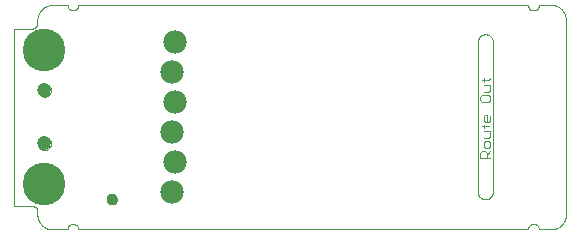
<source format=gbs>
G75*
%MOIN*%
%OFA0B0*%
%FSLAX25Y25*%
%IPPOS*%
%LPD*%
%AMOC8*
5,1,8,0,0,1.08239X$1,22.5*
%
%ADD10C,0.00000*%
%ADD11C,0.00200*%
%ADD12C,0.14243*%
%ADD13C,0.04731*%
%ADD14C,0.07800*%
%ADD15C,0.03746*%
D10*
X0059959Y0009119D02*
X0059959Y0068175D01*
X0065864Y0068175D01*
X0065864Y0068174D02*
X0065950Y0068176D01*
X0066036Y0068181D01*
X0066121Y0068191D01*
X0066206Y0068204D01*
X0066290Y0068221D01*
X0066374Y0068241D01*
X0066456Y0068265D01*
X0066537Y0068293D01*
X0066618Y0068324D01*
X0066696Y0068358D01*
X0066773Y0068396D01*
X0066849Y0068438D01*
X0066922Y0068482D01*
X0066993Y0068530D01*
X0067063Y0068581D01*
X0067130Y0068635D01*
X0067194Y0068691D01*
X0067256Y0068751D01*
X0067316Y0068813D01*
X0067372Y0068877D01*
X0067426Y0068944D01*
X0067477Y0069014D01*
X0067525Y0069085D01*
X0067569Y0069159D01*
X0067611Y0069234D01*
X0067649Y0069311D01*
X0067683Y0069389D01*
X0067714Y0069470D01*
X0067742Y0069551D01*
X0067766Y0069633D01*
X0067786Y0069717D01*
X0067803Y0069801D01*
X0067816Y0069886D01*
X0067826Y0069971D01*
X0067831Y0070057D01*
X0067833Y0070143D01*
X0067833Y0071049D01*
X0067835Y0071189D01*
X0067841Y0071329D01*
X0067851Y0071469D01*
X0067864Y0071609D01*
X0067882Y0071748D01*
X0067904Y0071887D01*
X0067929Y0072024D01*
X0067958Y0072162D01*
X0067991Y0072298D01*
X0068028Y0072433D01*
X0068069Y0072567D01*
X0068114Y0072700D01*
X0068162Y0072832D01*
X0068214Y0072962D01*
X0068269Y0073091D01*
X0068328Y0073218D01*
X0068391Y0073344D01*
X0068457Y0073468D01*
X0068526Y0073589D01*
X0068599Y0073709D01*
X0068676Y0073827D01*
X0068755Y0073942D01*
X0068838Y0074056D01*
X0068924Y0074166D01*
X0069013Y0074275D01*
X0069105Y0074381D01*
X0069200Y0074484D01*
X0069297Y0074585D01*
X0069398Y0074682D01*
X0069501Y0074777D01*
X0069607Y0074869D01*
X0069716Y0074958D01*
X0069826Y0075044D01*
X0069940Y0075127D01*
X0070055Y0075206D01*
X0070173Y0075283D01*
X0070293Y0075356D01*
X0070414Y0075425D01*
X0070538Y0075491D01*
X0070664Y0075554D01*
X0070791Y0075613D01*
X0070920Y0075668D01*
X0071050Y0075720D01*
X0071182Y0075768D01*
X0071315Y0075813D01*
X0071449Y0075854D01*
X0071584Y0075891D01*
X0071720Y0075924D01*
X0071858Y0075953D01*
X0071995Y0075978D01*
X0072134Y0076000D01*
X0072273Y0076018D01*
X0072413Y0076031D01*
X0072553Y0076041D01*
X0072693Y0076047D01*
X0072833Y0076049D01*
X0077963Y0076049D01*
X0077963Y0075617D01*
X0077965Y0075549D01*
X0077970Y0075482D01*
X0077979Y0075415D01*
X0077992Y0075348D01*
X0078009Y0075283D01*
X0078028Y0075218D01*
X0078052Y0075154D01*
X0078079Y0075092D01*
X0078109Y0075031D01*
X0078142Y0074973D01*
X0078178Y0074916D01*
X0078218Y0074861D01*
X0078260Y0074808D01*
X0078306Y0074757D01*
X0078353Y0074710D01*
X0078404Y0074664D01*
X0078457Y0074622D01*
X0078512Y0074582D01*
X0078569Y0074546D01*
X0078627Y0074513D01*
X0078688Y0074483D01*
X0078750Y0074456D01*
X0078814Y0074432D01*
X0078879Y0074413D01*
X0078944Y0074396D01*
X0079011Y0074383D01*
X0079078Y0074374D01*
X0079145Y0074369D01*
X0079213Y0074367D01*
X0080075Y0074367D01*
X0080143Y0074369D01*
X0080210Y0074374D01*
X0080277Y0074383D01*
X0080344Y0074396D01*
X0080409Y0074413D01*
X0080474Y0074432D01*
X0080538Y0074456D01*
X0080600Y0074483D01*
X0080661Y0074513D01*
X0080719Y0074546D01*
X0080776Y0074582D01*
X0080831Y0074622D01*
X0080884Y0074664D01*
X0080935Y0074710D01*
X0080982Y0074757D01*
X0081028Y0074808D01*
X0081070Y0074861D01*
X0081110Y0074916D01*
X0081146Y0074973D01*
X0081179Y0075031D01*
X0081209Y0075092D01*
X0081236Y0075154D01*
X0081260Y0075218D01*
X0081279Y0075283D01*
X0081296Y0075348D01*
X0081309Y0075415D01*
X0081318Y0075482D01*
X0081323Y0075549D01*
X0081325Y0075617D01*
X0081325Y0076049D01*
X0231506Y0076049D01*
X0231506Y0075617D01*
X0231508Y0075549D01*
X0231513Y0075482D01*
X0231522Y0075415D01*
X0231535Y0075348D01*
X0231552Y0075283D01*
X0231571Y0075218D01*
X0231595Y0075154D01*
X0231622Y0075092D01*
X0231652Y0075031D01*
X0231685Y0074973D01*
X0231721Y0074916D01*
X0231761Y0074861D01*
X0231803Y0074808D01*
X0231849Y0074757D01*
X0231896Y0074710D01*
X0231947Y0074664D01*
X0232000Y0074622D01*
X0232055Y0074582D01*
X0232112Y0074546D01*
X0232170Y0074513D01*
X0232231Y0074483D01*
X0232293Y0074456D01*
X0232357Y0074432D01*
X0232422Y0074413D01*
X0232487Y0074396D01*
X0232554Y0074383D01*
X0232621Y0074374D01*
X0232688Y0074369D01*
X0232756Y0074367D01*
X0233618Y0074367D01*
X0233686Y0074369D01*
X0233753Y0074374D01*
X0233820Y0074383D01*
X0233887Y0074396D01*
X0233952Y0074413D01*
X0234017Y0074432D01*
X0234081Y0074456D01*
X0234143Y0074483D01*
X0234204Y0074513D01*
X0234262Y0074546D01*
X0234319Y0074582D01*
X0234374Y0074622D01*
X0234427Y0074664D01*
X0234478Y0074710D01*
X0234525Y0074757D01*
X0234571Y0074808D01*
X0234613Y0074861D01*
X0234653Y0074916D01*
X0234689Y0074973D01*
X0234722Y0075031D01*
X0234752Y0075092D01*
X0234779Y0075154D01*
X0234803Y0075218D01*
X0234822Y0075283D01*
X0234839Y0075348D01*
X0234852Y0075415D01*
X0234861Y0075482D01*
X0234866Y0075549D01*
X0234868Y0075617D01*
X0234868Y0076049D01*
X0238998Y0076049D01*
X0239138Y0076047D01*
X0239278Y0076041D01*
X0239418Y0076031D01*
X0239558Y0076018D01*
X0239697Y0076000D01*
X0239836Y0075978D01*
X0239973Y0075953D01*
X0240111Y0075924D01*
X0240247Y0075891D01*
X0240382Y0075854D01*
X0240516Y0075813D01*
X0240649Y0075768D01*
X0240781Y0075720D01*
X0240911Y0075668D01*
X0241040Y0075613D01*
X0241167Y0075554D01*
X0241293Y0075491D01*
X0241417Y0075425D01*
X0241538Y0075356D01*
X0241658Y0075283D01*
X0241776Y0075206D01*
X0241891Y0075127D01*
X0242005Y0075044D01*
X0242115Y0074958D01*
X0242224Y0074869D01*
X0242330Y0074777D01*
X0242433Y0074682D01*
X0242534Y0074585D01*
X0242631Y0074484D01*
X0242726Y0074381D01*
X0242818Y0074275D01*
X0242907Y0074166D01*
X0242993Y0074056D01*
X0243076Y0073942D01*
X0243155Y0073827D01*
X0243232Y0073709D01*
X0243305Y0073589D01*
X0243374Y0073468D01*
X0243440Y0073344D01*
X0243503Y0073218D01*
X0243562Y0073091D01*
X0243617Y0072962D01*
X0243669Y0072832D01*
X0243717Y0072700D01*
X0243762Y0072567D01*
X0243803Y0072433D01*
X0243840Y0072298D01*
X0243873Y0072162D01*
X0243902Y0072024D01*
X0243927Y0071887D01*
X0243949Y0071748D01*
X0243967Y0071609D01*
X0243980Y0071469D01*
X0243990Y0071329D01*
X0243996Y0071189D01*
X0243998Y0071049D01*
X0243998Y0006245D01*
X0243996Y0006105D01*
X0243990Y0005965D01*
X0243980Y0005825D01*
X0243967Y0005685D01*
X0243949Y0005546D01*
X0243927Y0005407D01*
X0243902Y0005270D01*
X0243873Y0005132D01*
X0243840Y0004996D01*
X0243803Y0004861D01*
X0243762Y0004727D01*
X0243717Y0004594D01*
X0243669Y0004462D01*
X0243617Y0004332D01*
X0243562Y0004203D01*
X0243503Y0004076D01*
X0243440Y0003950D01*
X0243374Y0003826D01*
X0243305Y0003705D01*
X0243232Y0003585D01*
X0243155Y0003467D01*
X0243076Y0003352D01*
X0242993Y0003238D01*
X0242907Y0003128D01*
X0242818Y0003019D01*
X0242726Y0002913D01*
X0242631Y0002810D01*
X0242534Y0002709D01*
X0242433Y0002612D01*
X0242330Y0002517D01*
X0242224Y0002425D01*
X0242115Y0002336D01*
X0242005Y0002250D01*
X0241891Y0002167D01*
X0241776Y0002088D01*
X0241658Y0002011D01*
X0241538Y0001938D01*
X0241417Y0001869D01*
X0241293Y0001803D01*
X0241167Y0001740D01*
X0241040Y0001681D01*
X0240911Y0001626D01*
X0240781Y0001574D01*
X0240649Y0001526D01*
X0240516Y0001481D01*
X0240382Y0001440D01*
X0240247Y0001403D01*
X0240111Y0001370D01*
X0239973Y0001341D01*
X0239836Y0001316D01*
X0239697Y0001294D01*
X0239558Y0001276D01*
X0239418Y0001263D01*
X0239278Y0001253D01*
X0239138Y0001247D01*
X0238998Y0001245D01*
X0234868Y0001245D01*
X0234868Y0001677D01*
X0234866Y0001745D01*
X0234861Y0001812D01*
X0234852Y0001879D01*
X0234839Y0001946D01*
X0234822Y0002011D01*
X0234803Y0002076D01*
X0234779Y0002140D01*
X0234752Y0002202D01*
X0234722Y0002263D01*
X0234689Y0002321D01*
X0234653Y0002378D01*
X0234613Y0002433D01*
X0234571Y0002486D01*
X0234525Y0002537D01*
X0234478Y0002584D01*
X0234427Y0002630D01*
X0234374Y0002672D01*
X0234319Y0002712D01*
X0234262Y0002748D01*
X0234204Y0002781D01*
X0234143Y0002811D01*
X0234081Y0002838D01*
X0234017Y0002862D01*
X0233952Y0002881D01*
X0233887Y0002898D01*
X0233820Y0002911D01*
X0233753Y0002920D01*
X0233686Y0002925D01*
X0233618Y0002927D01*
X0232756Y0002927D01*
X0232688Y0002925D01*
X0232621Y0002920D01*
X0232554Y0002911D01*
X0232487Y0002898D01*
X0232422Y0002881D01*
X0232357Y0002862D01*
X0232293Y0002838D01*
X0232231Y0002811D01*
X0232170Y0002781D01*
X0232112Y0002748D01*
X0232055Y0002712D01*
X0232000Y0002672D01*
X0231947Y0002630D01*
X0231896Y0002584D01*
X0231849Y0002537D01*
X0231803Y0002486D01*
X0231761Y0002433D01*
X0231721Y0002378D01*
X0231685Y0002321D01*
X0231652Y0002263D01*
X0231622Y0002202D01*
X0231595Y0002140D01*
X0231571Y0002076D01*
X0231552Y0002011D01*
X0231535Y0001946D01*
X0231522Y0001879D01*
X0231513Y0001812D01*
X0231508Y0001745D01*
X0231506Y0001677D01*
X0231506Y0001245D01*
X0081325Y0001245D01*
X0081325Y0001677D01*
X0081323Y0001745D01*
X0081318Y0001812D01*
X0081309Y0001879D01*
X0081296Y0001946D01*
X0081279Y0002011D01*
X0081260Y0002076D01*
X0081236Y0002140D01*
X0081209Y0002202D01*
X0081179Y0002263D01*
X0081146Y0002321D01*
X0081110Y0002378D01*
X0081070Y0002433D01*
X0081028Y0002486D01*
X0080982Y0002537D01*
X0080935Y0002584D01*
X0080884Y0002630D01*
X0080831Y0002672D01*
X0080776Y0002712D01*
X0080719Y0002748D01*
X0080661Y0002781D01*
X0080600Y0002811D01*
X0080538Y0002838D01*
X0080474Y0002862D01*
X0080409Y0002881D01*
X0080344Y0002898D01*
X0080277Y0002911D01*
X0080210Y0002920D01*
X0080143Y0002925D01*
X0080075Y0002927D01*
X0079213Y0002927D01*
X0079145Y0002925D01*
X0079078Y0002920D01*
X0079011Y0002911D01*
X0078944Y0002898D01*
X0078879Y0002881D01*
X0078814Y0002862D01*
X0078750Y0002838D01*
X0078688Y0002811D01*
X0078627Y0002781D01*
X0078569Y0002748D01*
X0078512Y0002712D01*
X0078457Y0002672D01*
X0078404Y0002630D01*
X0078353Y0002584D01*
X0078306Y0002537D01*
X0078260Y0002486D01*
X0078218Y0002433D01*
X0078178Y0002378D01*
X0078142Y0002321D01*
X0078109Y0002263D01*
X0078079Y0002202D01*
X0078052Y0002140D01*
X0078028Y0002076D01*
X0078009Y0002011D01*
X0077992Y0001946D01*
X0077979Y0001879D01*
X0077970Y0001812D01*
X0077965Y0001745D01*
X0077963Y0001677D01*
X0077963Y0001245D01*
X0072833Y0001245D01*
X0072693Y0001247D01*
X0072553Y0001253D01*
X0072413Y0001263D01*
X0072273Y0001276D01*
X0072134Y0001294D01*
X0071995Y0001316D01*
X0071858Y0001341D01*
X0071720Y0001370D01*
X0071584Y0001403D01*
X0071449Y0001440D01*
X0071315Y0001481D01*
X0071182Y0001526D01*
X0071050Y0001574D01*
X0070920Y0001626D01*
X0070791Y0001681D01*
X0070664Y0001740D01*
X0070538Y0001803D01*
X0070414Y0001869D01*
X0070293Y0001938D01*
X0070173Y0002011D01*
X0070055Y0002088D01*
X0069940Y0002167D01*
X0069826Y0002250D01*
X0069716Y0002336D01*
X0069607Y0002425D01*
X0069501Y0002517D01*
X0069398Y0002612D01*
X0069297Y0002709D01*
X0069200Y0002810D01*
X0069105Y0002913D01*
X0069013Y0003019D01*
X0068924Y0003128D01*
X0068838Y0003238D01*
X0068755Y0003352D01*
X0068676Y0003467D01*
X0068599Y0003585D01*
X0068526Y0003705D01*
X0068457Y0003826D01*
X0068391Y0003950D01*
X0068328Y0004076D01*
X0068269Y0004203D01*
X0068214Y0004332D01*
X0068162Y0004462D01*
X0068114Y0004594D01*
X0068069Y0004727D01*
X0068028Y0004861D01*
X0067991Y0004996D01*
X0067958Y0005132D01*
X0067929Y0005270D01*
X0067904Y0005407D01*
X0067882Y0005546D01*
X0067864Y0005685D01*
X0067851Y0005825D01*
X0067841Y0005965D01*
X0067835Y0006105D01*
X0067833Y0006245D01*
X0067833Y0007151D01*
X0067831Y0007237D01*
X0067826Y0007323D01*
X0067816Y0007408D01*
X0067803Y0007493D01*
X0067786Y0007577D01*
X0067766Y0007661D01*
X0067742Y0007743D01*
X0067714Y0007824D01*
X0067683Y0007905D01*
X0067649Y0007983D01*
X0067611Y0008060D01*
X0067569Y0008136D01*
X0067525Y0008209D01*
X0067477Y0008280D01*
X0067426Y0008350D01*
X0067372Y0008417D01*
X0067316Y0008481D01*
X0067256Y0008543D01*
X0067194Y0008603D01*
X0067130Y0008659D01*
X0067063Y0008713D01*
X0066993Y0008764D01*
X0066922Y0008812D01*
X0066849Y0008856D01*
X0066773Y0008898D01*
X0066696Y0008936D01*
X0066618Y0008970D01*
X0066537Y0009001D01*
X0066456Y0009029D01*
X0066374Y0009053D01*
X0066290Y0009073D01*
X0066206Y0009090D01*
X0066121Y0009103D01*
X0066036Y0009113D01*
X0065950Y0009118D01*
X0065864Y0009120D01*
X0065864Y0009119D02*
X0059959Y0009119D01*
X0090975Y0011245D02*
X0090977Y0011326D01*
X0090983Y0011408D01*
X0090993Y0011489D01*
X0091007Y0011569D01*
X0091024Y0011648D01*
X0091046Y0011727D01*
X0091071Y0011804D01*
X0091100Y0011881D01*
X0091133Y0011955D01*
X0091170Y0012028D01*
X0091209Y0012099D01*
X0091253Y0012168D01*
X0091299Y0012235D01*
X0091349Y0012299D01*
X0091402Y0012361D01*
X0091458Y0012421D01*
X0091516Y0012477D01*
X0091578Y0012531D01*
X0091642Y0012582D01*
X0091708Y0012629D01*
X0091776Y0012673D01*
X0091847Y0012714D01*
X0091919Y0012751D01*
X0091994Y0012785D01*
X0092069Y0012815D01*
X0092147Y0012841D01*
X0092225Y0012864D01*
X0092304Y0012882D01*
X0092384Y0012897D01*
X0092465Y0012908D01*
X0092546Y0012915D01*
X0092628Y0012918D01*
X0092709Y0012917D01*
X0092790Y0012912D01*
X0092871Y0012903D01*
X0092952Y0012890D01*
X0093032Y0012873D01*
X0093110Y0012853D01*
X0093188Y0012828D01*
X0093265Y0012800D01*
X0093340Y0012768D01*
X0093413Y0012733D01*
X0093484Y0012694D01*
X0093554Y0012651D01*
X0093621Y0012606D01*
X0093687Y0012557D01*
X0093749Y0012505D01*
X0093809Y0012449D01*
X0093866Y0012391D01*
X0093921Y0012331D01*
X0093972Y0012267D01*
X0094020Y0012202D01*
X0094065Y0012134D01*
X0094107Y0012064D01*
X0094145Y0011992D01*
X0094180Y0011918D01*
X0094211Y0011843D01*
X0094238Y0011766D01*
X0094261Y0011688D01*
X0094281Y0011609D01*
X0094297Y0011529D01*
X0094309Y0011448D01*
X0094317Y0011367D01*
X0094321Y0011286D01*
X0094321Y0011204D01*
X0094317Y0011123D01*
X0094309Y0011042D01*
X0094297Y0010961D01*
X0094281Y0010881D01*
X0094261Y0010802D01*
X0094238Y0010724D01*
X0094211Y0010647D01*
X0094180Y0010572D01*
X0094145Y0010498D01*
X0094107Y0010426D01*
X0094065Y0010356D01*
X0094020Y0010288D01*
X0093972Y0010223D01*
X0093921Y0010159D01*
X0093866Y0010099D01*
X0093809Y0010041D01*
X0093749Y0009985D01*
X0093687Y0009933D01*
X0093621Y0009884D01*
X0093554Y0009839D01*
X0093485Y0009796D01*
X0093413Y0009757D01*
X0093340Y0009722D01*
X0093265Y0009690D01*
X0093188Y0009662D01*
X0093110Y0009637D01*
X0093032Y0009617D01*
X0092952Y0009600D01*
X0092871Y0009587D01*
X0092790Y0009578D01*
X0092709Y0009573D01*
X0092628Y0009572D01*
X0092546Y0009575D01*
X0092465Y0009582D01*
X0092384Y0009593D01*
X0092304Y0009608D01*
X0092225Y0009626D01*
X0092147Y0009649D01*
X0092069Y0009675D01*
X0091994Y0009705D01*
X0091919Y0009739D01*
X0091847Y0009776D01*
X0091776Y0009817D01*
X0091708Y0009861D01*
X0091642Y0009908D01*
X0091578Y0009959D01*
X0091516Y0010013D01*
X0091458Y0010069D01*
X0091402Y0010129D01*
X0091349Y0010191D01*
X0091299Y0010255D01*
X0091253Y0010322D01*
X0091209Y0010391D01*
X0091170Y0010462D01*
X0091133Y0010535D01*
X0091100Y0010609D01*
X0091071Y0010686D01*
X0091046Y0010763D01*
X0091024Y0010842D01*
X0091007Y0010921D01*
X0090993Y0011001D01*
X0090983Y0011082D01*
X0090977Y0011164D01*
X0090975Y0011245D01*
X0067983Y0029887D02*
X0067985Y0029980D01*
X0067991Y0030072D01*
X0068001Y0030164D01*
X0068015Y0030255D01*
X0068032Y0030346D01*
X0068054Y0030436D01*
X0068079Y0030525D01*
X0068108Y0030613D01*
X0068141Y0030699D01*
X0068178Y0030784D01*
X0068218Y0030868D01*
X0068262Y0030949D01*
X0068309Y0031029D01*
X0068359Y0031107D01*
X0068413Y0031182D01*
X0068470Y0031255D01*
X0068530Y0031325D01*
X0068593Y0031393D01*
X0068659Y0031458D01*
X0068727Y0031520D01*
X0068798Y0031580D01*
X0068872Y0031636D01*
X0068948Y0031689D01*
X0069026Y0031738D01*
X0069106Y0031785D01*
X0069188Y0031827D01*
X0069272Y0031867D01*
X0069357Y0031902D01*
X0069444Y0031934D01*
X0069532Y0031963D01*
X0069621Y0031987D01*
X0069711Y0032008D01*
X0069802Y0032024D01*
X0069894Y0032037D01*
X0069986Y0032046D01*
X0070079Y0032051D01*
X0070171Y0032052D01*
X0070264Y0032049D01*
X0070356Y0032042D01*
X0070448Y0032031D01*
X0070539Y0032016D01*
X0070630Y0031998D01*
X0070720Y0031975D01*
X0070808Y0031949D01*
X0070896Y0031919D01*
X0070982Y0031885D01*
X0071066Y0031848D01*
X0071149Y0031806D01*
X0071230Y0031762D01*
X0071310Y0031714D01*
X0071387Y0031663D01*
X0071461Y0031608D01*
X0071534Y0031550D01*
X0071604Y0031490D01*
X0071671Y0031426D01*
X0071735Y0031360D01*
X0071797Y0031290D01*
X0071855Y0031219D01*
X0071910Y0031145D01*
X0071962Y0031068D01*
X0072011Y0030989D01*
X0072057Y0030909D01*
X0072099Y0030826D01*
X0072137Y0030742D01*
X0072172Y0030656D01*
X0072203Y0030569D01*
X0072230Y0030481D01*
X0072253Y0030391D01*
X0072273Y0030301D01*
X0072289Y0030210D01*
X0072301Y0030118D01*
X0072309Y0030026D01*
X0072313Y0029933D01*
X0072313Y0029841D01*
X0072309Y0029748D01*
X0072301Y0029656D01*
X0072289Y0029564D01*
X0072273Y0029473D01*
X0072253Y0029383D01*
X0072230Y0029293D01*
X0072203Y0029205D01*
X0072172Y0029118D01*
X0072137Y0029032D01*
X0072099Y0028948D01*
X0072057Y0028865D01*
X0072011Y0028785D01*
X0071962Y0028706D01*
X0071910Y0028629D01*
X0071855Y0028555D01*
X0071797Y0028484D01*
X0071735Y0028414D01*
X0071671Y0028348D01*
X0071604Y0028284D01*
X0071534Y0028224D01*
X0071461Y0028166D01*
X0071387Y0028111D01*
X0071310Y0028060D01*
X0071231Y0028012D01*
X0071149Y0027968D01*
X0071066Y0027926D01*
X0070982Y0027889D01*
X0070896Y0027855D01*
X0070808Y0027825D01*
X0070720Y0027799D01*
X0070630Y0027776D01*
X0070539Y0027758D01*
X0070448Y0027743D01*
X0070356Y0027732D01*
X0070264Y0027725D01*
X0070171Y0027722D01*
X0070079Y0027723D01*
X0069986Y0027728D01*
X0069894Y0027737D01*
X0069802Y0027750D01*
X0069711Y0027766D01*
X0069621Y0027787D01*
X0069532Y0027811D01*
X0069444Y0027840D01*
X0069357Y0027872D01*
X0069272Y0027907D01*
X0069188Y0027947D01*
X0069106Y0027989D01*
X0069026Y0028036D01*
X0068948Y0028085D01*
X0068872Y0028138D01*
X0068798Y0028194D01*
X0068727Y0028254D01*
X0068659Y0028316D01*
X0068593Y0028381D01*
X0068530Y0028449D01*
X0068470Y0028519D01*
X0068413Y0028592D01*
X0068359Y0028667D01*
X0068309Y0028745D01*
X0068262Y0028825D01*
X0068218Y0028906D01*
X0068178Y0028990D01*
X0068141Y0029075D01*
X0068108Y0029161D01*
X0068079Y0029249D01*
X0068054Y0029338D01*
X0068032Y0029428D01*
X0068015Y0029519D01*
X0068001Y0029610D01*
X0067991Y0029702D01*
X0067985Y0029794D01*
X0067983Y0029887D01*
X0067983Y0047604D02*
X0067985Y0047697D01*
X0067991Y0047789D01*
X0068001Y0047881D01*
X0068015Y0047972D01*
X0068032Y0048063D01*
X0068054Y0048153D01*
X0068079Y0048242D01*
X0068108Y0048330D01*
X0068141Y0048416D01*
X0068178Y0048501D01*
X0068218Y0048585D01*
X0068262Y0048666D01*
X0068309Y0048746D01*
X0068359Y0048824D01*
X0068413Y0048899D01*
X0068470Y0048972D01*
X0068530Y0049042D01*
X0068593Y0049110D01*
X0068659Y0049175D01*
X0068727Y0049237D01*
X0068798Y0049297D01*
X0068872Y0049353D01*
X0068948Y0049406D01*
X0069026Y0049455D01*
X0069106Y0049502D01*
X0069188Y0049544D01*
X0069272Y0049584D01*
X0069357Y0049619D01*
X0069444Y0049651D01*
X0069532Y0049680D01*
X0069621Y0049704D01*
X0069711Y0049725D01*
X0069802Y0049741D01*
X0069894Y0049754D01*
X0069986Y0049763D01*
X0070079Y0049768D01*
X0070171Y0049769D01*
X0070264Y0049766D01*
X0070356Y0049759D01*
X0070448Y0049748D01*
X0070539Y0049733D01*
X0070630Y0049715D01*
X0070720Y0049692D01*
X0070808Y0049666D01*
X0070896Y0049636D01*
X0070982Y0049602D01*
X0071066Y0049565D01*
X0071149Y0049523D01*
X0071230Y0049479D01*
X0071310Y0049431D01*
X0071387Y0049380D01*
X0071461Y0049325D01*
X0071534Y0049267D01*
X0071604Y0049207D01*
X0071671Y0049143D01*
X0071735Y0049077D01*
X0071797Y0049007D01*
X0071855Y0048936D01*
X0071910Y0048862D01*
X0071962Y0048785D01*
X0072011Y0048706D01*
X0072057Y0048626D01*
X0072099Y0048543D01*
X0072137Y0048459D01*
X0072172Y0048373D01*
X0072203Y0048286D01*
X0072230Y0048198D01*
X0072253Y0048108D01*
X0072273Y0048018D01*
X0072289Y0047927D01*
X0072301Y0047835D01*
X0072309Y0047743D01*
X0072313Y0047650D01*
X0072313Y0047558D01*
X0072309Y0047465D01*
X0072301Y0047373D01*
X0072289Y0047281D01*
X0072273Y0047190D01*
X0072253Y0047100D01*
X0072230Y0047010D01*
X0072203Y0046922D01*
X0072172Y0046835D01*
X0072137Y0046749D01*
X0072099Y0046665D01*
X0072057Y0046582D01*
X0072011Y0046502D01*
X0071962Y0046423D01*
X0071910Y0046346D01*
X0071855Y0046272D01*
X0071797Y0046201D01*
X0071735Y0046131D01*
X0071671Y0046065D01*
X0071604Y0046001D01*
X0071534Y0045941D01*
X0071461Y0045883D01*
X0071387Y0045828D01*
X0071310Y0045777D01*
X0071231Y0045729D01*
X0071149Y0045685D01*
X0071066Y0045643D01*
X0070982Y0045606D01*
X0070896Y0045572D01*
X0070808Y0045542D01*
X0070720Y0045516D01*
X0070630Y0045493D01*
X0070539Y0045475D01*
X0070448Y0045460D01*
X0070356Y0045449D01*
X0070264Y0045442D01*
X0070171Y0045439D01*
X0070079Y0045440D01*
X0069986Y0045445D01*
X0069894Y0045454D01*
X0069802Y0045467D01*
X0069711Y0045483D01*
X0069621Y0045504D01*
X0069532Y0045528D01*
X0069444Y0045557D01*
X0069357Y0045589D01*
X0069272Y0045624D01*
X0069188Y0045664D01*
X0069106Y0045706D01*
X0069026Y0045753D01*
X0068948Y0045802D01*
X0068872Y0045855D01*
X0068798Y0045911D01*
X0068727Y0045971D01*
X0068659Y0046033D01*
X0068593Y0046098D01*
X0068530Y0046166D01*
X0068470Y0046236D01*
X0068413Y0046309D01*
X0068359Y0046384D01*
X0068309Y0046462D01*
X0068262Y0046542D01*
X0068218Y0046623D01*
X0068178Y0046707D01*
X0068141Y0046792D01*
X0068108Y0046878D01*
X0068079Y0046966D01*
X0068054Y0047055D01*
X0068032Y0047145D01*
X0068015Y0047236D01*
X0068001Y0047327D01*
X0067991Y0047419D01*
X0067985Y0047511D01*
X0067983Y0047604D01*
X0214648Y0063745D02*
X0214648Y0013745D01*
X0217148Y0011245D02*
X0217246Y0011247D01*
X0217344Y0011253D01*
X0217442Y0011262D01*
X0217539Y0011276D01*
X0217636Y0011293D01*
X0217732Y0011314D01*
X0217827Y0011339D01*
X0217921Y0011367D01*
X0218013Y0011400D01*
X0218105Y0011435D01*
X0218195Y0011475D01*
X0218283Y0011517D01*
X0218370Y0011564D01*
X0218454Y0011613D01*
X0218537Y0011666D01*
X0218617Y0011722D01*
X0218696Y0011782D01*
X0218772Y0011844D01*
X0218845Y0011909D01*
X0218916Y0011977D01*
X0218984Y0012048D01*
X0219049Y0012121D01*
X0219111Y0012197D01*
X0219171Y0012276D01*
X0219227Y0012356D01*
X0219280Y0012439D01*
X0219329Y0012523D01*
X0219376Y0012610D01*
X0219418Y0012698D01*
X0219458Y0012788D01*
X0219493Y0012880D01*
X0219526Y0012972D01*
X0219554Y0013066D01*
X0219579Y0013161D01*
X0219600Y0013257D01*
X0219617Y0013354D01*
X0219631Y0013451D01*
X0219640Y0013549D01*
X0219646Y0013647D01*
X0219648Y0013745D01*
X0219648Y0063745D01*
X0217148Y0066245D02*
X0217050Y0066243D01*
X0216952Y0066237D01*
X0216854Y0066228D01*
X0216757Y0066214D01*
X0216660Y0066197D01*
X0216564Y0066176D01*
X0216469Y0066151D01*
X0216375Y0066123D01*
X0216283Y0066090D01*
X0216191Y0066055D01*
X0216101Y0066015D01*
X0216013Y0065973D01*
X0215926Y0065926D01*
X0215842Y0065877D01*
X0215759Y0065824D01*
X0215679Y0065768D01*
X0215600Y0065708D01*
X0215524Y0065646D01*
X0215451Y0065581D01*
X0215380Y0065513D01*
X0215312Y0065442D01*
X0215247Y0065369D01*
X0215185Y0065293D01*
X0215125Y0065214D01*
X0215069Y0065134D01*
X0215016Y0065051D01*
X0214967Y0064967D01*
X0214920Y0064880D01*
X0214878Y0064792D01*
X0214838Y0064702D01*
X0214803Y0064610D01*
X0214770Y0064518D01*
X0214742Y0064424D01*
X0214717Y0064329D01*
X0214696Y0064233D01*
X0214679Y0064136D01*
X0214665Y0064039D01*
X0214656Y0063941D01*
X0214650Y0063843D01*
X0214648Y0063745D01*
X0217148Y0066245D02*
X0217246Y0066243D01*
X0217344Y0066237D01*
X0217442Y0066228D01*
X0217539Y0066214D01*
X0217636Y0066197D01*
X0217732Y0066176D01*
X0217827Y0066151D01*
X0217921Y0066123D01*
X0218013Y0066090D01*
X0218105Y0066055D01*
X0218195Y0066015D01*
X0218283Y0065973D01*
X0218370Y0065926D01*
X0218454Y0065877D01*
X0218537Y0065824D01*
X0218617Y0065768D01*
X0218696Y0065708D01*
X0218772Y0065646D01*
X0218845Y0065581D01*
X0218916Y0065513D01*
X0218984Y0065442D01*
X0219049Y0065369D01*
X0219111Y0065293D01*
X0219171Y0065214D01*
X0219227Y0065134D01*
X0219280Y0065051D01*
X0219329Y0064967D01*
X0219376Y0064880D01*
X0219418Y0064792D01*
X0219458Y0064702D01*
X0219493Y0064610D01*
X0219526Y0064518D01*
X0219554Y0064424D01*
X0219579Y0064329D01*
X0219600Y0064233D01*
X0219617Y0064136D01*
X0219631Y0064039D01*
X0219640Y0063941D01*
X0219646Y0063843D01*
X0219648Y0063745D01*
X0214648Y0013745D02*
X0214650Y0013647D01*
X0214656Y0013549D01*
X0214665Y0013451D01*
X0214679Y0013354D01*
X0214696Y0013257D01*
X0214717Y0013161D01*
X0214742Y0013066D01*
X0214770Y0012972D01*
X0214803Y0012880D01*
X0214838Y0012788D01*
X0214878Y0012698D01*
X0214920Y0012610D01*
X0214967Y0012523D01*
X0215016Y0012439D01*
X0215069Y0012356D01*
X0215125Y0012276D01*
X0215185Y0012197D01*
X0215247Y0012121D01*
X0215312Y0012048D01*
X0215380Y0011977D01*
X0215451Y0011909D01*
X0215524Y0011844D01*
X0215600Y0011782D01*
X0215679Y0011722D01*
X0215759Y0011666D01*
X0215842Y0011613D01*
X0215926Y0011564D01*
X0216013Y0011517D01*
X0216101Y0011475D01*
X0216191Y0011435D01*
X0216283Y0011400D01*
X0216375Y0011367D01*
X0216469Y0011339D01*
X0216564Y0011314D01*
X0216660Y0011293D01*
X0216757Y0011276D01*
X0216854Y0011262D01*
X0216952Y0011253D01*
X0217050Y0011247D01*
X0217148Y0011245D01*
D11*
X0217713Y0025034D02*
X0217713Y0026735D01*
X0217146Y0027302D01*
X0216012Y0027302D01*
X0215445Y0026735D01*
X0215445Y0025034D01*
X0218848Y0025034D01*
X0217713Y0026168D02*
X0218848Y0027302D01*
X0218280Y0028348D02*
X0217146Y0028348D01*
X0216579Y0028916D01*
X0216579Y0030050D01*
X0217146Y0030617D01*
X0218280Y0030617D01*
X0218848Y0030050D01*
X0218848Y0028916D01*
X0218280Y0028348D01*
X0218280Y0031663D02*
X0216579Y0031663D01*
X0218280Y0031663D02*
X0218848Y0032230D01*
X0218848Y0033932D01*
X0216579Y0033932D01*
X0216579Y0034978D02*
X0216579Y0036112D01*
X0216012Y0035545D02*
X0218280Y0035545D01*
X0218848Y0036112D01*
X0218280Y0037188D02*
X0217146Y0037188D01*
X0216579Y0037755D01*
X0216579Y0038889D01*
X0217146Y0039457D01*
X0217713Y0039457D01*
X0217713Y0037188D01*
X0218280Y0037188D02*
X0218848Y0037755D01*
X0218848Y0038889D01*
X0218280Y0043818D02*
X0216012Y0043818D01*
X0215445Y0044385D01*
X0215445Y0045519D01*
X0216012Y0046086D01*
X0218280Y0046086D01*
X0218848Y0045519D01*
X0218848Y0044385D01*
X0218280Y0043818D01*
X0218280Y0047132D02*
X0216579Y0047132D01*
X0218280Y0047132D02*
X0218848Y0047700D01*
X0218848Y0049401D01*
X0216579Y0049401D01*
X0216579Y0050447D02*
X0216579Y0051582D01*
X0216012Y0051014D02*
X0218280Y0051014D01*
X0218848Y0051582D01*
D12*
X0070148Y0061186D03*
X0070148Y0016304D03*
D13*
X0070148Y0029887D03*
X0070148Y0047604D03*
D14*
X0112648Y0053745D03*
X0113648Y0043745D03*
X0112648Y0033745D03*
X0113648Y0023745D03*
X0112648Y0013745D03*
X0113648Y0063745D03*
D15*
X0092648Y0011245D03*
M02*

</source>
